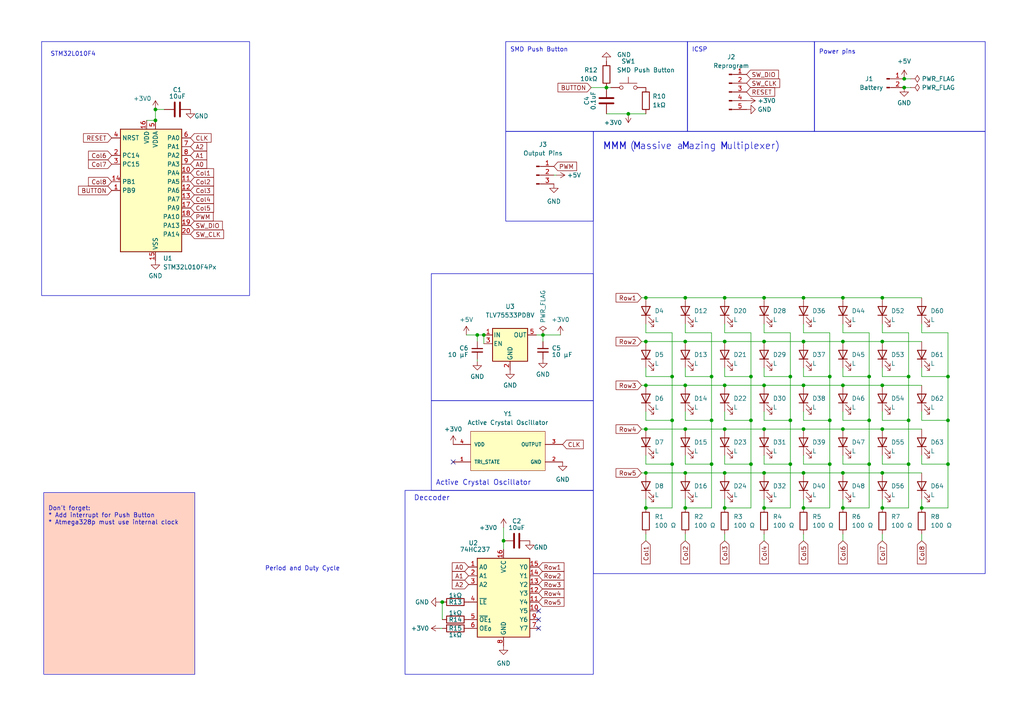
<source format=kicad_sch>
(kicad_sch (version 20230121) (generator eeschema)
  (paper "A4")
  (title_block (title "Holographic Business Card") (date "2024-12-20"))
  (lib_symbols
    (symbol "74xx:74HC237"
      (property "Reference" "U" (at -7.62 13.97 0))
      (property "Value" "74HC237" (at 2.54 -11.43 0))
      (symbol "74HC237_0_1"
        (rectangle (start -7.62 12.7) (end 7.62 -10.16) (stroke (width 0.254)) (fill (type background)))
      )
      (symbol "74HC237_1_1"
        (pin input line (at -10.16 10.16 0) (length 2.54) (name "A0") (number "1"))
        (pin output line (at 10.16 -2.54 180) (length 2.54) (name "Y5") (number "10"))
        (pin output line (at 10.16 0 180) (length 2.54) (name "Y4") (number "11"))
        (pin output line (at 10.16 2.54 180) (length 2.54) (name "Y3") (number "12"))
        (pin output line (at 10.16 5.08 180) (length 2.54) (name "Y2") (number "13"))
        (pin output line (at 10.16 7.62 180) (length 2.54) (name "Y1") (number "14"))
        (pin output line (at 10.16 10.16 180) (length 2.54) (name "Y0") (number "15"))
        (pin power_in line (at 0 15.24 270) (length 2.54) (name "VCC") (number "16"))
        (pin input line (at -10.16 7.62 0) (length 2.54) (name "A1") (number "2"))
        (pin input line (at -10.16 5.08 0) (length 2.54) (name "A2") (number "3"))
        (pin input line (at -10.16 0 0) (length 2.54) (name "~{LE}") (number "4"))
        (pin input line (at -10.16 -5.08 0) (length 2.54) (name "~{OE}_{1}") (number "5"))
        (pin input line (at -10.16 -7.62 0) (length 2.54) (name "OE_{0}") (number "6"))
        (pin output line (at 10.16 -7.62 180) (length 2.54) (name "Y7") (number "7"))
        (pin power_in line (at 0 -12.7 90) (length 2.54) (name "GND") (number "8"))
        (pin output line (at 10.16 -5.08 180) (length 2.54) (name "Y6") (number "9"))
      )
    )
    (symbol "Colins_schematics:ECS-2520MV-160-CN-TR" (pin_names (offset 1.016))
      (property "Reference" "Y" (at -8.89 0 0))
      (property "Value" "Active Crystal Oscillator" (at -6.35 -12.7 0))
      (symbol "ECS-2520MV-160-CN-TR_0_0"
        (rectangle (start -6.35 1.27) (end 15.24 -10.16) (stroke (width 0.127)) (fill (type background)))
        (pin input line (at -11.43 -7.62 0) (length 5.08) (name "TRI_STATE") (number "1"))
        (pin power_in line (at 20.32 -7.62 180) (length 5.08) (name "GND") (number "2"))
        (pin output line (at 20.32 -2.54 180) (length 5.08) (name "OUTPUT") (number "3"))
        (pin input line (at -11.43 -2.54 0) (length 5.08) (name "VDD") (number "4"))
      )
    )
    (symbol "Connector:Conn_01x02_Pin" (pin_names (offset 1.016) hide)
      (property "Reference" "J" (at 0 2.54 0))
      (property "Value" "Conn_01x02_Pin" (at 0 -5.08 0))
      (symbol "Conn_01x02_Pin_1_1"
        (polyline (pts (xy 1.27 -2.54) (xy 0.8636 -2.54)) (stroke (width 0.1524)))
        (polyline (pts (xy 1.27 0) (xy 0.8636 0)) (stroke (width 0.1524)))
        (rectangle (start 0.8636 -2.413) (end 0 -2.667) (stroke (width 0.1524)) (fill (type outline)))
        (rectangle (start 0.8636 0.127) (end 0 -0.127) (stroke (width 0.1524)) (fill (type outline)))
        (pin passive line (at 5.08 0 180) (length 3.81) (name "Pin_1") (number "1"))
        (pin passive line (at 5.08 -2.54 180) (length 3.81) (name "Pin_2") (number "2"))
      )
    )
    (symbol "Connector:Conn_01x03_Pin" (pin_names (offset 1.016) hide)
      (property "Reference" "J" (at 0 5.08 0))
      (property "Value" "Conn_01x03_Pin" (at 0 -5.08 0))
      (symbol "Conn_01x03_Pin_1_1"
        (polyline (pts (xy 1.27 -2.54) (xy 0.8636 -2.54)) (stroke (width 0.1524)))
        (polyline (pts (xy 1.27 0) (xy 0.8636 0)) (stroke (width 0.1524)))
        (polyline (pts (xy 1.27 2.54) (xy 0.8636 2.54)) (stroke (width 0.1524)))
        (rectangle (start 0.8636 -2.413) (end 0 -2.667) (stroke (width 0.1524)) (fill (type outline)))
        (rectangle (start 0.8636 0.127) (end 0 -0.127) (stroke (width 0.1524)) (fill (type outline)))
        (rectangle (start 0.8636 2.667) (end 0 2.413) (stroke (width 0.1524)) (fill (type outline)))
        (pin passive line (at 5.08 2.54 180) (length 3.81) (name "Pin_1") (number "1"))
        (pin passive line (at 5.08 0 180) (length 3.81) (name "Pin_2") (number "2"))
        (pin passive line (at 5.08 -2.54 180) (length 3.81) (name "Pin_3") (number "3"))
      )
    )
    (symbol "Connector:Conn_01x05_Pin" (pin_names (offset 1.016) hide)
      (property "Reference" "J" (at 0 7.62 0))
      (property "Value" "Conn_01x05_Pin" (at 0 -7.62 0))
      (symbol "Conn_01x05_Pin_1_1"
        (polyline (pts (xy 1.27 -5.08) (xy 0.8636 -5.08)) (stroke (width 0.1524)))
        (polyline (pts (xy 1.27 -2.54) (xy 0.8636 -2.54)) (stroke (width 0.1524)))
        (polyline (pts (xy 1.27 0) (xy 0.8636 0)) (stroke (width 0.1524)))
        (polyline (pts (xy 1.27 2.54) (xy 0.8636 2.54)) (stroke (width 0.1524)))
        (polyline (pts (xy 1.27 5.08) (xy 0.8636 5.08)) (stroke (width 0.1524)))
        (rectangle (start 0.8636 -4.953) (end 0 -5.207) (stroke (width 0.1524)) (fill (type outline)))
        (rectangle (start 0.8636 -2.413) (end 0 -2.667) (stroke (width 0.1524)) (fill (type outline)))
        (rectangle (start 0.8636 0.127) (end 0 -0.127) (stroke (width 0.1524)) (fill (type outline)))
        (rectangle (start 0.8636 2.667) (end 0 2.413) (stroke (width 0.1524)) (fill (type outline)))
        (rectangle (start 0.8636 5.207) (end 0 4.953) (stroke (width 0.1524)) (fill (type outline)))
        (pin passive line (at 5.08 5.08 180) (length 3.81) (name "Pin_1") (number "1"))
        (pin passive line (at 5.08 2.54 180) (length 3.81) (name "Pin_2") (number "2"))
        (pin passive line (at 5.08 0 180) (length 3.81) (name "Pin_3") (number "3"))
        (pin passive line (at 5.08 -2.54 180) (length 3.81) (name "Pin_4") (number "4"))
        (pin passive line (at 5.08 -5.08 180) (length 3.81) (name "Pin_5") (number "5"))
      )
    )
    (symbol "Device:C" (pin_numbers hide) (pin_names (offset 0.254))
      (property "Reference" "C" (at 0.635 2.54 0))
      (property "Value" "C" (at 0.635 -2.54 0))
      (symbol "C_0_1"
        (polyline (pts (xy -2.032 -0.762) (xy 2.032 -0.762)) (stroke (width 0.508)))
        (polyline (pts (xy -2.032 0.762) (xy 2.032 0.762)) (stroke (width 0.508)))
      )
      (symbol "C_1_1"
        (pin passive line (at 0 3.81 270) (length 2.794) (name "~") (number "1"))
        (pin passive line (at 0 -3.81 90) (length 2.794) (name "~") (number "2"))
      )
    )
    (symbol "Device:C_Small" (pin_numbers hide) (pin_names (offset 0.254) hide)
      (property "Reference" "C" (at 0.254 1.778 0))
      (property "Value" "C_Small" (at 0.254 -2.032 0))
      (symbol "C_Small_0_1"
        (polyline (pts (xy -1.524 -0.508) (xy 1.524 -0.508)) (stroke (width 0.3302)))
        (polyline (pts (xy -1.524 0.508) (xy 1.524 0.508)) (stroke (width 0.3048)))
      )
      (symbol "C_Small_1_1"
        (pin passive line (at 0 2.54 270) (length 2.032) (name "~") (number "1"))
        (pin passive line (at 0 -2.54 90) (length 2.032) (name "~") (number "2"))
      )
    )
    (symbol "Device:LED" (pin_numbers hide) (pin_names (offset 1.016) hide)
      (property "Reference" "D" (at 0 2.54 0))
      (property "Value" "LED" (at 0 -2.54 0))
      (symbol "LED_0_1"
        (polyline (pts (xy -1.27 -1.27) (xy -1.27 1.27)) (stroke (width 0.254)))
        (polyline (pts (xy -1.27 0) (xy 1.27 0)))
        (polyline (pts (xy 1.27 -1.27) (xy 1.27 1.27) (xy -1.27 0) (xy 1.27 -1.27)) (stroke (width 0.254)))
        (polyline (pts (xy -3.048 -0.762) (xy -4.572 -2.286) (xy -3.81 -2.286) (xy -4.572 -2.286) (xy -4.572 -1.524)))
        (polyline (pts (xy -1.778 -0.762) (xy -3.302 -2.286) (xy -2.54 -2.286) (xy -3.302 -2.286) (xy -3.302 -1.524)))
      )
      (symbol "LED_1_1"
        (pin passive line (at -3.81 0 0) (length 2.54) (name "K") (number "1"))
        (pin passive line (at 3.81 0 180) (length 2.54) (name "A") (number "2"))
      )
    )
    (symbol "Device:R" (pin_numbers hide) (pin_names (offset 0))
      (property "Reference" "R" (at 2.032 0 90))
      (property "Value" "R" (at 0 0 90))
      (symbol "R_0_1"
        (rectangle (start -1.016 -2.54) (end 1.016 2.54) (stroke (width 0.254)))
      )
      (symbol "R_1_1"
        (pin passive line (at 0 3.81 270) (length 1.27) (name "~") (number "1"))
        (pin passive line (at 0 -3.81 90) (length 1.27) (name "~") (number "2"))
      )
    )
    (symbol "MCU_ST_STM32L0:STM32L010F4Px"
      (property "Reference" "U" (at -7.62 19.05 0))
      (property "Value" "STM32L010F4Px" (at 5.08 19.05 0))
      (symbol "STM32L010F4Px_0_1"
        (rectangle (start -7.62 -17.78) (end 10.16 17.78) (stroke (width 0.254)) (fill (type background)))
      )
      (symbol "STM32L010F4Px_1_1"
        (pin bidirectional line (at -10.16 0 0) (length 2.54) (name "PB9") (number "1"))
        (pin bidirectional line (at 12.7 5.08 180) (length 2.54) (name "PA4") (number "10"))
        (pin bidirectional line (at 12.7 2.54 180) (length 2.54) (name "PA5") (number "11"))
        (pin bidirectional line (at 12.7 0 180) (length 2.54) (name "PA6") (number "12"))
        (pin bidirectional line (at 12.7 -2.54 180) (length 2.54) (name "PA7") (number "13"))
        (pin bidirectional line (at -10.16 2.54 0) (length 2.54) (name "PB1") (number "14"))
        (pin power_in line (at 2.54 -20.32 90) (length 2.54) (name "VSS") (number "15"))
        (pin power_in line (at 0 20.32 270) (length 2.54) (name "VDD") (number "16"))
        (pin bidirectional line (at 12.7 -5.08 180) (length 2.54) (name "PA9") (number "17"))
        (pin bidirectional line (at 12.7 -7.62 180) (length 2.54) (name "PA10") (number "18"))
        (pin bidirectional line (at 12.7 -10.16 180) (length 2.54) (name "PA13") (number "19"))
        (pin bidirectional line (at -10.16 10.16 0) (length 2.54) (name "PC14") (number "2"))
        (pin bidirectional line (at 12.7 -12.7 180) (length 2.54) (name "PA14") (number "20"))
        (pin bidirectional line (at -10.16 7.62 0) (length 2.54) (name "PC15") (number "3"))
        (pin input line (at -10.16 15.24 0) (length 2.54) (name "NRST") (number "4"))
        (pin power_in line (at 2.54 20.32 270) (length 2.54) (name "VDDA") (number "5"))
        (pin bidirectional line (at 12.7 15.24 180) (length 2.54) (name "PA0") (number "6"))
        (pin bidirectional line (at 12.7 12.7 180) (length 2.54) (name "PA1") (number "7"))
        (pin bidirectional line (at 12.7 10.16 180) (length 2.54) (name "PA2") (number "8"))
        (pin bidirectional line (at 12.7 7.62 180) (length 2.54) (name "PA3") (number "9"))
      )
    )
    (symbol "Regulator_Linear:TLV75533PDBV" (pin_names (offset 0.254))
      (property "Reference" "U" (at -3.81 5.715 0))
      (property "Value" "TLV75533PDBV" (at 0 5.715 0))
      (symbol "TLV75533PDBV_0_1"
        (rectangle (start -5.08 4.445) (end 5.08 -5.08) (stroke (width 0.254)) (fill (type background)))
      )
      (symbol "TLV75533PDBV_1_1"
        (pin power_in line (at -7.62 2.54 0) (length 2.54) (name "IN") (number "1"))
        (pin power_in line (at 0 -7.62 90) (length 2.54) (name "GND") (number "2"))
        (pin input line (at -7.62 0 0) (length 2.54) (name "EN") (number "3"))
        (pin no_connect line (at 5.08 0 180) (length 2.54) hide (name "NC") (number "4"))
        (pin power_out line (at 7.62 2.54 180) (length 2.54) (name "OUT") (number "5"))
      )
    )
    (symbol "Switch:SW_Push" (pin_numbers hide) (pin_names (offset 1.016) hide)
      (property "Reference" "SW" (at 1.27 2.54 0))
      (property "Value" "SW_Push" (at 0 -1.524 0))
      (symbol "SW_Push_0_1"
        (circle (center -2.032 0) (radius 0.508))
        (polyline (pts (xy 0 1.27) (xy 0 3.048)))
        (polyline (pts (xy 2.54 1.27) (xy -2.54 1.27)))
        (circle (center 2.032 0) (radius 0.508))
        (pin passive line (at -5.08 0 0) (length 2.54) (name "1") (number "1"))
        (pin passive line (at 5.08 0 180) (length 2.54) (name "2") (number "2"))
      )
    )
    (symbol "power:+3V0" (power) (pin_names (offset 0))
      (property "Value" "+3V0" (at 0 3.556 0))
      (symbol "+3V0_0_1"
        (polyline (pts (xy -0.762 1.27) (xy 0 2.54)))
        (polyline (pts (xy 0 0) (xy 0 2.54)))
        (polyline (pts (xy 0 2.54) (xy 0.762 1.27)))
      )
      (symbol "+3V0_1_1"
        (pin power_in line (at 0 0 90) (length 0) hide (name "+3V0") (number "1"))
      )
    )
    (symbol "power:+5V" (power) (pin_names (offset 0))
      (property "Value" "+5V" (at 0 3.556 0))
      (symbol "+5V_0_1"
        (polyline (pts (xy -0.762 1.27) (xy 0 2.54)))
        (polyline (pts (xy 0 0) (xy 0 2.54)))
        (polyline (pts (xy 0 2.54) (xy 0.762 1.27)))
      )
      (symbol "+5V_1_1"
        (pin power_in line (at 0 0 90) (length 0) hide (name "+5V") (number "1"))
      )
    )
    (symbol "power:GND" (power) (pin_names (offset 0))
      (property "Value" "GND" (at 0 -3.81 0))
      (symbol "GND_0_1"
        (polyline (pts (xy 0 0) (xy 0 -1.27) (xy 1.27 -1.27) (xy 0 -2.54) (xy -1.27 -1.27) (xy 0 -1.27)))
      )
      (symbol "GND_1_1"
        (pin power_in line (at 0 0 270) (length 0) hide (name "GND") (number "1"))
      )
    )
    (symbol "power:PWR_FLAG" (power) (pin_numbers hide) (pin_names (offset 0) hide)
      (property "Value" "PWR_FLAG" (at 0 3.81 0))
      (symbol "PWR_FLAG_0_0"
        (pin power_out line (at 0 0 90) (length 0) (name "pwr") (number "1"))
      )
      (symbol "PWR_FLAG_0_1"
        (polyline (pts (xy 0 0) (xy 0 1.27) (xy -1.016 1.905) (xy 0 2.54) (xy 1.016 1.905) (xy 0 1.27)))
      )
    )
  )
  (junction (at 233.045 124.46))
  (junction (at 233.045 147.32))
  (junction (at 187.325 124.46))
  (junction (at 194.945 109.22))
  (junction (at 198.755 124.46))
  (junction (at 267.335 147.32))
  (junction (at 45.085 34.925))
  (junction (at 198.755 137.16))
  (junction (at 263.525 121.92))
  (junction (at 175.895 25.4))
  (junction (at 217.805 134.62))
  (junction (at 262.255 25.4))
  (junction (at 221.615 86.36))
  (junction (at 252.095 134.62))
  (junction (at 255.905 137.16))
  (junction (at 262.255 22.86))
  (junction (at 194.945 134.62))
  (junction (at 240.665 121.92))
  (junction (at 45.085 31.75))
  (junction (at 206.375 121.92))
  (junction (at 221.615 124.46))
  (junction (at 252.095 121.92))
  (junction (at 240.665 109.22))
  (junction (at 198.755 99.06))
  (junction (at 252.095 109.22))
  (junction (at 198.755 147.32))
  (junction (at 210.185 137.16))
  (junction (at 210.185 111.76))
  (junction (at 187.325 99.06))
  (junction (at 206.375 109.22))
  (junction (at 217.805 109.22))
  (junction (at 244.475 147.32))
  (junction (at 210.185 124.46))
  (junction (at 240.665 134.62))
  (junction (at 255.905 147.32))
  (junction (at 221.615 137.16))
  (junction (at 255.905 86.36))
  (junction (at 182.245 33.02))
  (junction (at 263.525 109.22))
  (junction (at 233.045 86.36))
  (junction (at 210.185 86.36))
  (junction (at 255.905 111.76))
  (junction (at 274.955 121.92))
  (junction (at 274.955 109.22))
  (junction (at 221.615 99.06))
  (junction (at 229.235 121.92))
  (junction (at 244.475 137.16))
  (junction (at 194.945 121.92))
  (junction (at 255.905 99.06))
  (junction (at 233.045 137.16))
  (junction (at 210.185 99.06))
  (junction (at 210.185 147.32))
  (junction (at 229.235 109.22))
  (junction (at 217.805 121.92))
  (junction (at 255.905 124.46))
  (junction (at 244.475 99.06))
  (junction (at 244.475 86.36))
  (junction (at 198.755 111.76))
  (junction (at 146.05 156.845))
  (junction (at 187.325 147.32))
  (junction (at 263.525 134.62))
  (junction (at 128.27 174.625))
  (junction (at 221.615 147.32))
  (junction (at 233.045 99.06))
  (junction (at 244.475 111.76))
  (junction (at 221.615 111.76))
  (junction (at 233.045 111.76))
  (junction (at 187.325 86.36))
  (junction (at 229.235 134.62))
  (junction (at 187.325 137.16))
  (junction (at 206.375 134.62))
  (junction (at 198.755 86.36))
  (junction (at 157.48 97.155))
  (junction (at 244.475 124.46))
  (junction (at 274.955 134.62))
  (junction (at 138.43 97.155))
  (junction (at 140.335 97.155))
  (junction (at 187.325 111.76))
  (no_connect (at 131.445 133.985))
  (no_connect (at 156.21 177.165))
  (no_connect (at 156.21 179.705))
  (no_connect (at 156.21 182.245))
  (wire (pts (xy 233.045 147.32) (xy 233.045 144.78)))
  (wire (pts (xy 233.045 124.46) (xy 244.475 124.46)))
  (wire (pts (xy 221.615 121.92) (xy 229.235 121.92)))
  (wire (pts (xy 187.325 124.46) (xy 198.755 124.46)))
  (wire (pts (xy 244.475 137.16) (xy 255.905 137.16)))
  (wire (pts (xy 263.525 96.52) (xy 263.525 109.22)))
  (wire (pts (xy 206.375 121.92) (xy 206.375 134.62)))
  (wire (pts (xy 255.905 134.62) (xy 263.525 134.62)))
  (wire (pts (xy 171.45 25.4) (xy 175.895 25.4)))
  (wire (pts (xy 255.905 132.08) (xy 255.905 134.62)))
  (wire (pts (xy 157.48 97.155) (xy 162.56 97.155)))
  (wire (pts (xy 221.615 134.62) (xy 229.235 134.62)))
  (wire (pts (xy 198.755 121.92) (xy 206.375 121.92)))
  (wire (pts (xy 255.905 106.68) (xy 255.905 109.22)))
  (wire (pts (xy 194.945 121.92) (xy 194.945 134.62)))
  (wire (pts (xy 187.325 147.32) (xy 187.325 144.78)))
  (wire (pts (xy 210.185 86.36) (xy 221.615 86.36)))
  (wire (pts (xy 240.665 109.22) (xy 240.665 121.92)))
  (wire (pts (xy 255.905 124.46) (xy 267.335 124.46)))
  (wire (pts (xy 187.325 121.92) (xy 194.945 121.92)))
  (wire (pts (xy 194.945 147.32) (xy 187.325 147.32)))
  (wire (pts (xy 221.615 154.94) (xy 221.615 156.845)))
  (wire (pts (xy 210.185 132.08) (xy 210.185 134.62)))
  (wire (pts (xy 210.185 124.46) (xy 221.615 124.46)))
  (wire (pts (xy 186.055 111.76) (xy 187.325 111.76)))
  (wire (pts (xy 217.805 96.52) (xy 217.805 109.22)))
  (wire (pts (xy 252.095 147.32) (xy 244.475 147.32)))
  (wire (pts (xy 267.335 121.92) (xy 274.955 121.92)))
  (wire (pts (xy 186.055 99.06) (xy 187.325 99.06)))
  (wire (pts (xy 217.805 109.22) (xy 217.805 121.92)))
  (wire (pts (xy 263.525 109.22) (xy 263.525 121.92)))
  (wire (pts (xy 198.755 93.98) (xy 198.755 96.52)))
  (wire (pts (xy 244.475 106.68) (xy 244.475 109.22)))
  (wire (pts (xy 210.185 154.94) (xy 210.185 156.845)))
  (wire (pts (xy 206.375 96.52) (xy 206.375 109.22)))
  (wire (pts (xy 240.665 147.32) (xy 233.045 147.32)))
  (wire (pts (xy 221.615 99.06) (xy 233.045 99.06)))
  (wire (pts (xy 274.955 121.92) (xy 274.955 134.62)))
  (wire (pts (xy 210.185 134.62) (xy 217.805 134.62)))
  (wire (pts (xy 255.905 121.92) (xy 263.525 121.92)))
  (wire (pts (xy 244.475 154.94) (xy 244.475 156.845)))
  (wire (pts (xy 255.905 111.76) (xy 267.335 111.76)))
  (wire (pts (xy 187.325 86.36) (xy 198.755 86.36)))
  (wire (pts (xy 244.475 124.46) (xy 255.905 124.46)))
  (wire (pts (xy 267.335 109.22) (xy 274.955 109.22)))
  (wire (pts (xy 255.905 137.16) (xy 267.335 137.16)))
  (wire (pts (xy 244.475 134.62) (xy 252.095 134.62)))
  (wire (pts (xy 233.045 119.38) (xy 233.045 121.92)))
  (wire (pts (xy 140.335 97.155) (xy 140.335 99.695)))
  (wire (pts (xy 221.615 96.52) (xy 229.235 96.52)))
  (wire (pts (xy 233.045 93.98) (xy 233.045 96.52)))
  (wire (pts (xy 229.235 134.62) (xy 229.235 147.32)))
  (wire (pts (xy 146.05 156.845) (xy 146.05 159.385)))
  (wire (pts (xy 210.185 147.32) (xy 210.185 144.78)))
  (wire (pts (xy 221.615 106.68) (xy 221.615 109.22)))
  (wire (pts (xy 198.755 111.76) (xy 210.185 111.76)))
  (wire (pts (xy 198.755 109.22) (xy 206.375 109.22)))
  (wire (pts (xy 263.525 134.62) (xy 263.525 147.32)))
  (wire (pts (xy 267.335 154.94) (xy 267.335 156.845)))
  (wire (pts (xy 221.615 132.08) (xy 221.615 134.62)))
  (wire (pts (xy 217.805 147.32) (xy 210.185 147.32)))
  (wire (pts (xy 221.615 93.98) (xy 221.615 96.52)))
  (wire (pts (xy 187.325 132.08) (xy 187.325 134.62)))
  (wire (pts (xy 229.235 121.92) (xy 229.235 134.62)))
  (wire (pts (xy 240.665 134.62) (xy 240.665 147.32)))
  (wire (pts (xy 198.755 96.52) (xy 206.375 96.52)))
  (wire (pts (xy 274.955 147.32) (xy 267.335 147.32)))
  (wire (pts (xy 252.095 96.52) (xy 252.095 109.22)))
  (wire (pts (xy 210.185 121.92) (xy 217.805 121.92)))
  (wire (pts (xy 244.475 99.06) (xy 255.905 99.06)))
  (wire (pts (xy 252.095 134.62) (xy 252.095 147.32)))
  (wire (pts (xy 233.045 154.94) (xy 233.045 156.845)))
  (wire (pts (xy 267.335 106.68) (xy 267.335 109.22)))
  (wire (pts (xy 210.185 137.16) (xy 221.615 137.16)))
  (wire (pts (xy 194.945 96.52) (xy 194.945 109.22)))
  (wire (pts (xy 194.945 134.62) (xy 194.945 147.32)))
  (wire (pts (xy 221.615 111.76) (xy 233.045 111.76)))
  (wire (pts (xy 221.615 147.32) (xy 221.615 144.78)))
  (wire (pts (xy 244.475 111.76) (xy 255.905 111.76)))
  (wire (pts (xy 233.045 109.22) (xy 240.665 109.22)))
  (wire (pts (xy 175.895 33.02) (xy 182.245 33.02)))
  (wire (pts (xy 229.235 96.52) (xy 229.235 109.22)))
  (wire (pts (xy 244.475 119.38) (xy 244.475 121.92)))
  (wire (pts (xy 187.325 99.06) (xy 198.755 99.06)))
  (wire (pts (xy 221.615 119.38) (xy 221.615 121.92)))
  (wire (pts (xy 221.615 86.36) (xy 233.045 86.36)))
  (wire (pts (xy 187.325 93.98) (xy 187.325 96.52)))
  (wire (pts (xy 198.755 86.36) (xy 210.185 86.36)))
  (wire (pts (xy 135.255 97.155) (xy 138.43 97.155)))
  (wire (pts (xy 210.185 111.76) (xy 221.615 111.76)))
  (wire (pts (xy 206.375 109.22) (xy 206.375 121.92)))
  (wire (pts (xy 263.525 147.32) (xy 255.905 147.32)))
  (wire (pts (xy 138.43 104.14) (xy 138.43 104.775)))
  (wire (pts (xy 252.095 109.22) (xy 252.095 121.92)))
  (wire (pts (xy 187.325 96.52) (xy 194.945 96.52)))
  (wire (pts (xy 198.755 132.08) (xy 198.755 134.62)))
  (wire (pts (xy 263.525 121.92) (xy 263.525 134.62)))
  (wire (pts (xy 210.185 106.68) (xy 210.185 109.22)))
  (wire (pts (xy 45.085 31.75) (xy 45.085 34.925)))
  (wire (pts (xy 255.905 86.36) (xy 267.335 86.36)))
  (wire (pts (xy 206.375 147.32) (xy 198.755 147.32)))
  (wire (pts (xy 127.635 182.245) (xy 128.27 182.245)))
  (wire (pts (xy 255.905 119.38) (xy 255.905 121.92)))
  (wire (pts (xy 198.755 137.16) (xy 210.185 137.16)))
  (wire (pts (xy 264.16 22.86) (xy 262.255 22.86)))
  (wire (pts (xy 198.755 124.46) (xy 210.185 124.46)))
  (wire (pts (xy 210.185 109.22) (xy 217.805 109.22)))
  (wire (pts (xy 210.185 96.52) (xy 217.805 96.52)))
  (wire (pts (xy 255.905 147.32) (xy 255.905 144.78)))
  (wire (pts (xy 187.325 137.16) (xy 198.755 137.16)))
  (wire (pts (xy 267.335 132.08) (xy 267.335 134.62)))
  (wire (pts (xy 210.185 99.06) (xy 221.615 99.06)))
  (wire (pts (xy 264.16 25.4) (xy 262.255 25.4)))
  (wire (pts (xy 244.475 93.98) (xy 244.475 96.52)))
  (wire (pts (xy 182.245 33.02) (xy 187.325 33.02)))
  (wire (pts (xy 128.27 174.625) (xy 128.27 179.705)))
  (wire (pts (xy 187.325 154.94) (xy 187.325 156.845)))
  (wire (pts (xy 267.335 93.98) (xy 267.335 96.52)))
  (wire (pts (xy 138.43 99.06) (xy 138.43 97.155)))
  (wire (pts (xy 198.755 119.38) (xy 198.755 121.92)))
  (wire (pts (xy 233.045 96.52) (xy 240.665 96.52)))
  (wire (pts (xy 221.615 137.16) (xy 233.045 137.16)))
  (wire (pts (xy 217.805 121.92) (xy 217.805 134.62)))
  (wire (pts (xy 206.375 134.62) (xy 206.375 147.32)))
  (wire (pts (xy 187.325 119.38) (xy 187.325 121.92)))
  (wire (pts (xy 198.755 154.94) (xy 198.755 156.845)))
  (wire (pts (xy 198.755 134.62) (xy 206.375 134.62)))
  (wire (pts (xy 161.29 50.8) (xy 160.655 50.8)))
  (wire (pts (xy 267.335 96.52) (xy 274.955 96.52)))
  (wire (pts (xy 155.575 97.155) (xy 157.48 97.155)))
  (wire (pts (xy 244.475 109.22) (xy 252.095 109.22)))
  (wire (pts (xy 187.325 109.22) (xy 194.945 109.22)))
  (wire (pts (xy 186.055 137.16) (xy 187.325 137.16)))
  (wire (pts (xy 267.335 119.38) (xy 267.335 121.92)))
  (wire (pts (xy 255.905 109.22) (xy 263.525 109.22)))
  (wire (pts (xy 175.895 25.4) (xy 177.165 25.4)))
  (wire (pts (xy 187.325 106.68) (xy 187.325 109.22)))
  (wire (pts (xy 233.045 106.68) (xy 233.045 109.22)))
  (wire (pts (xy 233.045 137.16) (xy 244.475 137.16)))
  (wire (pts (xy 42.545 34.925) (xy 45.085 34.925)))
  (wire (pts (xy 244.475 121.92) (xy 252.095 121.92)))
  (wire (pts (xy 255.905 93.98) (xy 255.905 96.52)))
  (wire (pts (xy 267.335 134.62) (xy 274.955 134.62)))
  (wire (pts (xy 233.045 111.76) (xy 244.475 111.76)))
  (wire (pts (xy 138.43 97.155) (xy 140.335 97.155)))
  (wire (pts (xy 47.625 31.75) (xy 45.085 31.75)))
  (wire (pts (xy 186.055 124.46) (xy 187.325 124.46)))
  (wire (pts (xy 127.635 174.625) (xy 128.27 174.625)))
  (wire (pts (xy 274.955 109.22) (xy 274.955 121.92)))
  (wire (pts (xy 255.905 154.94) (xy 255.905 156.845)))
  (wire (pts (xy 274.955 134.62) (xy 274.955 147.32)))
  (wire (pts (xy 255.905 96.52) (xy 263.525 96.52)))
  (wire (pts (xy 198.755 106.68) (xy 198.755 109.22)))
  (wire (pts (xy 229.235 147.32) (xy 221.615 147.32)))
  (wire (pts (xy 187.325 134.62) (xy 194.945 134.62)))
  (wire (pts (xy 221.615 109.22) (xy 229.235 109.22)))
  (wire (pts (xy 274.955 96.52) (xy 274.955 109.22)))
  (wire (pts (xy 244.475 147.32) (xy 244.475 144.78)))
  (wire (pts (xy 240.665 96.52) (xy 240.665 109.22)))
  (wire (pts (xy 229.235 109.22) (xy 229.235 121.92)))
  (wire (pts (xy 146.05 153.035) (xy 146.05 156.845)))
  (wire (pts (xy 233.045 86.36) (xy 244.475 86.36)))
  (wire (pts (xy 217.805 134.62) (xy 217.805 147.32)))
  (wire (pts (xy 267.335 147.32) (xy 267.335 144.78)))
  (wire (pts (xy 157.48 99.06) (xy 157.48 97.155)))
  (wire (pts (xy 244.475 86.36) (xy 255.905 86.36)))
  (wire (pts (xy 233.045 121.92) (xy 240.665 121.92)))
  (wire (pts (xy 210.185 93.98) (xy 210.185 96.52)))
  (wire (pts (xy 198.755 99.06) (xy 210.185 99.06)))
  (wire (pts (xy 255.905 99.06) (xy 267.335 99.06)))
  (wire (pts (xy 233.045 99.06) (xy 244.475 99.06)))
  (wire (pts (xy 186.055 86.36) (xy 187.325 86.36)))
  (wire (pts (xy 210.185 119.38) (xy 210.185 121.92)))
  (wire (pts (xy 198.755 147.32) (xy 198.755 144.78)))
  (wire (pts (xy 233.045 134.62) (xy 240.665 134.62)))
  (wire (pts (xy 194.945 109.22) (xy 194.945 121.92)))
  (wire (pts (xy 244.475 132.08) (xy 244.475 134.62)))
  (wire (pts (xy 233.045 132.08) (xy 233.045 134.62)))
  (wire (pts (xy 187.325 111.76) (xy 198.755 111.76)))
  (wire (pts (xy 244.475 96.52) (xy 252.095 96.52)))
  (wire (pts (xy 252.095 121.92) (xy 252.095 134.62)))
  (wire (pts (xy 221.615 124.46) (xy 233.045 124.46)))
  (wire (pts (xy 240.665 121.92) (xy 240.665 134.62)))
  (rectangle (start 236.22 38.1) (end 236.22 38.1))
  (rectangle (start 146.685 12.065) (end 199.39 38.1))
  (rectangle (start 146.685 38.1) (end 172.085 64.135))
  (rectangle (start 172.085 38.1) (end 285.75 166.37))
  (rectangle (start 199.39 12.065) (end 236.22 38.1))
  (rectangle (start 125.095 79.375) (end 172.085 116.205))
  (rectangle (start 12.7 142.875) (end 56.515 195.58) (fill (type color) (color 255 210 195 1)))
  (rectangle (start 117.475 142.24) (end 172.085 195.58))
  (rectangle (start 12.065 12.065) (end 72.39 85.725))
  (rectangle (start 236.22 12.065) (end 285.75 38.1))
  (rectangle (start 125.095 116.205) (end 172.085 142.24))
  (text "M" (at 208.7626 43.6626 0) (effects (font (size 2 2) (thickness 0.254) bold) (justify left bottom)))
  (text " ( assive a azing  ultiplexer)" (at 181.1274 43.6372 0) (effects (font (size 2 2)) (justify left bottom)))
  (text "M" (at 183.4642 43.6626 0) (effects (font (size 2 2) (thickness 0.254) bold) (justify left bottom)))
  (text "Don't forget:\n* Add interrupt for Push Button\n* Atmega328p must use internal clock" (at 13.97 152.4 0) (effects (font (size 1.27 1.27)) (justify left bottom)))
  (text "Deccoder\n" (at 120.015 145.415 0) (effects (font (size 1.5 1.5)) (justify left bottom)))
  (text "MMM" (at 174.7774 43.6372 0) (effects (font (size 2 2) (thickness 0.254) bold) (justify left bottom)))
  (text "M" (at 197.612 43.5864 0) (effects (font (size 2 2) (thickness 0.254) bold) (justify left bottom)))
  (text "Period and Duty Cycle" (at 76.835 165.735 0) (effects (font (size 1.27 1.27)) (justify left bottom)))
  (text "Power pins" (at 237.49 15.875 0) (effects (font (size 1.27 1.27)) (justify left bottom)))
  (text "ICSP" (at 200.66 15.24 0) (effects (font (size 1.27 1.27)) (justify left bottom)))
  (text "Active Crystal Oscillator\n" (at 126.365 140.97 0) (effects (font (size 1.5 1.5)) (justify left bottom)))
  (text "STM32L010F4" (at 14.605 16.51 0) (effects (font (size 1.27 1.27)) (justify left bottom)))
  (text "SMD Push Button" (at 147.955 15.24 0) (effects (font (size 1.27 1.27)) (justify left bottom)))
  (global_label "Col2" (shape input) (at 198.755 156.845 270) (property "Intersheetrefs" "${INTERSHEET_REFS}" (effects hide)))
  (global_label "Row4" (shape input) (at 186.055 124.46 180) (property "Intersheetrefs" "${INTERSHEET_REFS}" (effects hide)))
  (global_label "A1" (shape input) (at 55.245 45.085 0) (property "Intersheetrefs" "${INTERSHEET_REFS}" (effects hide)))
  (global_label "BUTTON" (shape input) (at 171.45 25.4 180) (property "Intersheetrefs" "${INTERSHEET_REFS}" (effects hide)))
  (global_label "PWM" (shape input) (at 160.655 48.26 0) (property "Intersheetrefs" "${INTERSHEET_REFS}" (effects hide)))
  (global_label "CLK" (shape input) (at 163.195 128.905 0) (property "Intersheetrefs" "${INTERSHEET_REFS}" (effects hide)))
  (global_label "A2" (shape input) (at 55.245 42.545 0) (property "Intersheetrefs" "${INTERSHEET_REFS}" (effects hide)))
  (global_label "Row2" (shape input) (at 186.055 99.06 180) (property "Intersheetrefs" "${INTERSHEET_REFS}" (effects hide)))
  (global_label "Row1" (shape input) (at 186.055 86.36 180) (property "Intersheetrefs" "${INTERSHEET_REFS}" (effects hide)))
  (global_label "Col5" (shape input) (at 233.045 156.845 270) (property "Intersheetrefs" "${INTERSHEET_REFS}" (effects hide)))
  (global_label "Row1" (shape input) (at 156.21 164.465 0) (property "Intersheetrefs" "${INTERSHEET_REFS}" (effects hide)))
  (global_label "Col4" (shape input) (at 221.615 156.845 270) (property "Intersheetrefs" "${INTERSHEET_REFS}" (effects hide)))
  (global_label "Col3" (shape input) (at 210.185 156.845 270) (property "Intersheetrefs" "${INTERSHEET_REFS}" (effects hide)))
  (global_label "Row5" (shape input) (at 156.21 174.625 0) (property "Intersheetrefs" "${INTERSHEET_REFS}" (effects hide)))
  (global_label "A0" (shape input) (at 55.245 47.625 0) (property "Intersheetrefs" "${INTERSHEET_REFS}" (effects hide)))
  (global_label "Col4" (shape input) (at 55.245 57.785 0) (property "Intersheetrefs" "${INTERSHEET_REFS}" (effects hide)))
  (global_label "Col6" (shape input) (at 244.475 156.845 270) (property "Intersheetrefs" "${INTERSHEET_REFS}" (effects hide)))
  (global_label "PWM" (shape input) (at 55.245 62.865 0) (property "Intersheetrefs" "${INTERSHEET_REFS}" (effects hide)))
  (global_label "Row4" (shape input) (at 156.21 172.085 0) (property "Intersheetrefs" "${INTERSHEET_REFS}" (effects hide)))
  (global_label "Col5" (shape input) (at 55.245 60.325 0) (property "Intersheetrefs" "${INTERSHEET_REFS}" (effects hide)))
  (global_label "Col8" (shape input) (at 32.385 52.705 180) (property "Intersheetrefs" "${INTERSHEET_REFS}" (effects hide)))
  (global_label "A2" (shape input) (at 135.89 169.545 180) (property "Intersheetrefs" "${INTERSHEET_REFS}" (effects hide)))
  (global_label "Col6" (shape input) (at 32.385 45.085 180) (property "Intersheetrefs" "${INTERSHEET_REFS}" (effects hide)))
  (global_label "Row5" (shape input) (at 186.055 137.16 180) (property "Intersheetrefs" "${INTERSHEET_REFS}" (effects hide)))
  (global_label "Col8" (shape input) (at 267.335 156.845 270) (property "Intersheetrefs" "${INTERSHEET_REFS}" (effects hide)))
  (global_label "SW_CLK" (shape input) (at 216.535 24.13 0) (property "Intersheetrefs" "${INTERSHEET_REFS}" (effects hide)))
  (global_label "Row3" (shape input) (at 156.21 169.545 0) (property "Intersheetrefs" "${INTERSHEET_REFS}" (effects hide)))
  (global_label "BUTTON" (shape input) (at 32.385 55.245 180) (property "Intersheetrefs" "${INTERSHEET_REFS}" (effects hide)))
  (global_label "Col1" (shape input) (at 187.325 156.845 270) (property "Intersheetrefs" "${INTERSHEET_REFS}" (effects hide)))
  (global_label "SW_CLK" (shape input) (at 55.245 67.945 0) (property "Intersheetrefs" "${INTERSHEET_REFS}" (effects hide)))
  (global_label "Col3" (shape input) (at 55.245 55.245 0) (property "Intersheetrefs" "${INTERSHEET_REFS}" (effects hide)))
  (global_label "CLK" (shape input) (at 55.245 40.005 0) (property "Intersheetrefs" "${INTERSHEET_REFS}" (effects hide)))
  (global_label "Col2" (shape input) (at 55.245 52.705 0) (property "Intersheetrefs" "${INTERSHEET_REFS}" (effects hide)))
  (global_label "SW_DIO" (shape input) (at 55.245 65.405 0) (property "Intersheetrefs" "${INTERSHEET_REFS}" (effects hide)))
  (global_label "Col7" (shape input) (at 255.905 156.845 270) (property "Intersheetrefs" "${INTERSHEET_REFS}" (effects hide)))
  (global_label "Col7" (shape input) (at 32.385 47.625 180) (property "Intersheetrefs" "${INTERSHEET_REFS}" (effects hide)))
  (global_label "RESET" (shape input) (at 216.535 26.67 0) (property "Intersheetrefs" "${INTERSHEET_REFS}" (effects hide)))
  (global_label "Row2" (shape input) (at 156.21 167.005 0) (property "Intersheetrefs" "${INTERSHEET_REFS}" (effects hide)))
  (global_label "A0" (shape input) (at 135.89 164.465 180) (property "Intersheetrefs" "${INTERSHEET_REFS}" (effects hide)))
  (global_label "SW_DIO" (shape input) (at 216.535 21.59 0) (property "Intersheetrefs" "${INTERSHEET_REFS}" (effects hide)))
  (global_label "Col1" (shape input) (at 55.245 50.165 0) (property "Intersheetrefs" "${INTERSHEET_REFS}" (effects hide)))
  (global_label "Row3" (shape input) (at 186.055 111.76 180) (property "Intersheetrefs" "${INTERSHEET_REFS}" (effects hide)))
  (global_label "RESET" (shape input) (at 32.385 40.005 180) (property "Intersheetrefs" "${INTERSHEET_REFS}" (effects hide)))
  (global_label "A1" (shape input) (at 135.89 167.005 180) (property "Intersheetrefs" "${INTERSHEET_REFS}" (effects hide)))
  (symbol (lib_id "Device:LED") (at 267.335 115.57 90) (unit 1)
    (property "Reference" "D62" (at 269.875 115.57 90) (effects (justify right)))
    (property "Value" "L" (at 269.875 118.11 90) (effects (justify right)))
    (property "Footprint" "LED_SMD:LED_0805_2012Metric" (effects hide))
    (property "LCSC" "C434431" (effects hide))
  )
  (symbol (lib_id "Device:LED") (at 255.905 115.57 90) (unit 1)
    (property "Reference" "D54" (at 258.445 115.57 90) (effects (justify right)))
    (property "Value" "L" (at 258.445 118.11 90) (effects (justify right)))
    (property "Footprint" "LED_SMD:LED_0805_2012Metric" (effects hide))
    (property "LCSC" "C434431" (effects hide))
  )
  (symbol (lib_id "Device:LED") (at 210.185 90.17 90) (unit 1)
    (property "Reference" "D20" (at 212.725 90.17 90) (effects (justify right)))
    (property "Value" "L" (at 212.725 92.71 90) (effects (justify right)))
    (property "Footprint" "LED_SMD:LED_0805_2012Metric" (effects hide))
    (property "LCSC" "C434431" (effects hide))
  )
  (symbol (lib_id "Device:R") (at 132.08 179.705 270) (unit 1)
    (property "Reference" "R14" (at 132.08 179.705 90))
    (property "Value" "1kΩ" (at 132.08 177.8 90))
    (property "Footprint" "Resistor_SMD:R_0603_1608Metric" (effects hide))
    (property "LCSC" "C14676" (effects hide))
  )
  (symbol (lib_id "Device:R") (at 233.045 151.13 0) (unit 1)
    (property "Reference" "R5" (at 235.585 149.86 0) (effects (justify left)))
    (property "Value" "100 Ω" (at 235.585 152.4 0) (effects (justify left)))
    (property "Footprint" "Resistor_SMD:R_0603_1608Metric" (effects hide))
    (property "LCSC" "C3017758" (effects hide))
  )
  (symbol (lib_id "Device:C_Small") (at 157.48 101.6 0) (unit 1)
    (property "Reference" "C5" (at 160.02 100.965 0) (effects (justify left)))
    (property "Value" "10 µF" (at 160.02 102.8763 0) (effects (justify left)))
    (property "Footprint" "Capacitor_SMD:C_0603_1608Metric" (effects hide))
  )
  (symbol (lib_id "Device:LED") (at 244.475 115.57 90) (unit 1)
    (property "Reference" "D46" (at 247.015 115.57 90) (effects (justify right)))
    (property "Value" "L" (at 247.015 118.11 90) (effects (justify right)))
    (property "Footprint" "LED_SMD:LED_0805_2012Metric" (effects hide))
    (property "LCSC" "C434431" (effects hide))
  )
  (symbol (lib_id "Device:LED") (at 187.325 102.87 90) (unit 1)
    (property "Reference" "D5" (at 189.865 102.87 90) (effects (justify right)))
    (property "Value" "L" (at 189.865 105.41 90) (effects (justify right)))
    (property "Footprint" "LED_SMD:LED_0805_2012Metric" (effects hide))
    (property "LCSC" "C434431" (effects hide))
  )
  (symbol (lib_id "Device:LED") (at 198.755 102.87 90) (unit 1)
    (property "Reference" "D13" (at 201.295 102.87 90) (effects (justify right)))
    (property "Value" "L" (at 201.295 105.41 90) (effects (justify right)))
    (property "Footprint" "LED_SMD:LED_0805_2012Metric" (effects hide))
    (property "LCSC" "C434431" (effects hide))
  )
  (symbol (lib_id "Colins_schematics:ECS-2520MV-160-CN-TR") (at 142.875 126.365 0) (unit 1)
    (property "Reference" "Y1" (at 147.32 120.015 0))
    (property "Value" "Active Crystal Oscillator" (at 147.32 122.555 0))
    (property "Footprint" "Colin New Footprints:active crystal oscillator" (effects hide))
    (property "PARTREV" "2017" (effects hide))
    (property "MANUFACTURER" "ECS INC" (effects hide))
    (property "STANDARD" "Manufacturer Recommendations" (effects hide))
    (property "LCSC" "C1857764" (effects hide))
  )
  (symbol (lib_id "74xx:74HC237") (at 146.05 174.625 0) (unit 1)
    (property "Reference" "U2" (at 135.89 157.48 0) (effects (justify left)))
    (property "Value" "74HC237" (at 133.35 159.385 0) (effects (justify left)))
    (property "Footprint" "Colin New Footprints:SOT-23-16 Thin" (effects hide))
    (property "Datasheet" "http://www.ti.com/lit/ds/symlink/cd74hc237.pdf" (effects hide))
  )
  (symbol (lib_id "Device:LED") (at 233.045 128.27 90) (unit 1)
    (property "Reference" "D39" (at 235.585 128.27 90) (effects (justify right)))
    (property "Value" "L" (at 235.585 130.81 90) (effects (justify right)))
    (property "Footprint" "LED_SMD:LED_0805_2012Metric" (effects hide))
    (property "LCSC" "C434431" (effects hide))
  )
  (symbol (lib_id "Device:R") (at 255.905 151.13 0) (unit 1)
    (property "Reference" "R7" (at 258.445 149.86 0) (effects (justify left)))
    (property "Value" "100 Ω" (at 258.445 152.4 0) (effects (justify left)))
    (property "Footprint" "Resistor_SMD:R_0603_1608Metric" (effects hide))
    (property "LCSC" "C3017758" (effects hide))
  )
  (symbol (lib_id "Device:LED") (at 233.045 90.17 90) (unit 1)
    (property "Reference" "D36" (at 235.585 90.17 90) (effects (justify right)))
    (property "Value" "L" (at 235.585 92.71 90) (effects (justify right)))
    (property "Footprint" "LED_SMD:LED_0805_2012Metric" (effects hide))
    (property "LCSC" "C434431" (effects hide))
  )
  (symbol (lib_id "power:GND") (at 55.245 31.75 0) (unit 1)
    (property "Reference" "#PWR04" (effects hide))
    (property "Value" "GND" (at 58.42 33.655 0))
  )
  (symbol (lib_id "Device:LED") (at 255.905 90.17 90) (unit 1)
    (property "Reference" "D52" (at 258.445 90.17 90) (effects (justify right)))
    (property "Value" "L" (at 258.445 92.71 90) (effects (justify right)))
    (property "Footprint" "LED_SMD:LED_0805_2012Metric" (effects hide))
    (property "LCSC" "C434431" (effects hide))
  )
  (symbol (lib_id "Device:LED") (at 233.045 140.97 90) (unit 1)
    (property "Reference" "D40" (at 235.585 140.97 90) (effects (justify right)))
    (property "Value" "L" (at 235.585 143.51 90) (effects (justify right)))
    (property "Footprint" "LED_SMD:LED_0805_2012Metric" (effects hide))
    (property "LCSC" "C434431" (effects hide))
  )
  (symbol (lib_id "Device:LED") (at 198.755 140.97 90) (unit 1)
    (property "Reference" "D16" (at 201.295 140.97 90) (effects (justify right)))
    (property "Value" "L" (at 201.295 143.51 90) (effects (justify right)))
    (property "Footprint" "LED_SMD:LED_0805_2012Metric" (effects hide))
    (property "LCSC" "C434431" (effects hide))
  )
  (symbol (lib_id "Device:LED") (at 255.905 140.97 90) (unit 1)
    (property "Reference" "D56" (at 258.445 140.97 90) (effects (justify right)))
    (property "Value" "L" (at 258.445 143.51 90) (effects (justify right)))
    (property "Footprint" "LED_SMD:LED_0805_2012Metric" (effects hide))
    (property "LCSC" "C434431" (effects hide))
  )
  (symbol (lib_id "power:+3V0") (at 45.085 31.75 0) (unit 1)
    (property "Reference" "#PWR03" (effects hide))
    (property "Value" "+3V0" (at 41.275 28.575 0))
  )
  (symbol (lib_id "Device:LED") (at 221.615 90.17 90) (unit 1)
    (property "Reference" "D28" (at 224.155 90.17 90) (effects (justify right)))
    (property "Value" "L" (at 224.155 92.71 90) (effects (justify right)))
    (property "Footprint" "LED_SMD:LED_0805_2012Metric" (effects hide))
    (property "LCSC" "C434431" (effects hide))
  )
  (symbol (lib_id "Device:C_Small") (at 138.43 101.6 0) (mirror y) (unit 1)
    (property "Reference" "C6" (at 135.89 100.965 0) (effects (justify left)))
    (property "Value" "10 µF" (at 135.89 102.8763 0) (effects (justify left)))
    (property "Footprint" "Capacitor_SMD:C_0603_1608Metric" (effects hide))
  )
  (symbol (lib_id "Device:LED") (at 187.325 140.97 90) (unit 1)
    (property "Reference" "D8" (at 189.865 140.97 90) (effects (justify right)))
    (property "Value" "L" (at 189.865 143.51 90) (effects (justify right)))
    (property "Footprint" "LED_SMD:LED_0805_2012Metric" (effects hide))
    (property "LCSC" "C434431" (effects hide))
  )
  (symbol (lib_id "Device:C") (at 175.895 29.21 180) (unit 1)
    (property "Reference" "C4" (at 170.18 29.21 90))
    (property "Value" "0.1uF" (at 172.085 29.21 90))
    (property "Footprint" "Capacitor_SMD:C_0603_1608Metric" (effects hide))
    (property "LCSC" "C1590" (effects hide))
  )
  (symbol (lib_id "Device:LED") (at 210.185 115.57 90) (unit 1)
    (property "Reference" "D22" (at 212.725 115.57 90) (effects (justify right)))
    (property "Value" "L" (at 212.725 118.11 90) (effects (justify right)))
    (property "Footprint" "LED_SMD:LED_0805_2012Metric" (effects hide))
    (property "LCSC" "C434431" (effects hide))
  )
  (symbol (lib_id "power:+3V0") (at 127.635 182.245 90) (unit 1)
    (property "Reference" "#PWR012" (effects hide))
    (property "Value" "+3V0" (at 124.46 182.245 90) (effects (justify left)))
  )
  (symbol (lib_id "power:GND") (at 45.085 75.565 0) (unit 1)
    (property "Reference" "#PWR07" (effects hide))
    (property "Value" "GND" (at 45.085 80.01 0))
  )
  (symbol (lib_id "power:PWR_FLAG") (at 264.16 22.86 270) (unit 1)
    (property "Reference" "#FLG01" (effects hide))
    (property "Value" "PWR_FLAG" (at 267.335 22.86 90) (effects (justify left)))
  )
  (symbol (lib_id "Device:LED") (at 255.905 128.27 90) (unit 1)
    (property "Reference" "D55" (at 258.445 128.27 90) (effects (justify right)))
    (property "Value" "L" (at 258.445 130.81 90) (effects (justify right)))
    (property "Footprint" "LED_SMD:LED_0805_2012Metric" (effects hide))
    (property "LCSC" "C434431" (effects hide))
  )
  (symbol (lib_id "power:PWR_FLAG") (at 157.48 97.155 0) (unit 1)
    (property "Reference" "#FLG03" (effects hide))
    (property "Value" "PWR_FLAG" (at 157.48 88.9 90))
  )
  (symbol (lib_id "power:GND") (at 157.48 104.14 0) (unit 1)
    (property "Reference" "#PWR022" (effects hide))
    (property "Value" "GND" (at 157.48 108.585 0))
  )
  (symbol (lib_id "MCU_ST_STM32L0:STM32L010F4Px") (at 42.545 55.245 0) (unit 1)
    (property "Reference" "U1" (at 47.2791 74.93 0) (effects (justify left)))
    (property "Value" "STM32L010F4Px" (at 47.2791 77.47 0) (effects (justify left)))
    (property "Footprint" "Package_SO:TSSOP-20_4.4x6.5mm_P0.65mm" (effects hide))
    (property "Datasheet" "https://www.st.com/resource/en/datasheet/stm32l010f4.pdf" (effects hide))
    (property "LCSC" "C529415" (effects hide))
  )
  (symbol (lib_id "power:+3V0") (at 146.05 153.035 0) (unit 1)
    (property "Reference" "#PWR013" (effects hide))
    (property "Value" "+3V0" (at 141.605 153.035 0))
  )
  (symbol (lib_id "Device:LED") (at 244.475 128.27 90) (unit 1)
    (property "Reference" "D47" (at 247.015 128.27 90) (effects (justify right)))
    (property "Value" "L" (at 247.015 130.81 90) (effects (justify right)))
    (property "Footprint" "LED_SMD:LED_0805_2012Metric" (effects hide))
    (property "LCSC" "C434431" (effects hide))
  )
  (symbol (lib_id "Device:R") (at 267.335 151.13 0) (unit 1)
    (property "Reference" "R8" (at 269.875 149.86 0) (effects (justify left)))
    (property "Value" "100 Ω" (at 269.875 152.4 0) (effects (justify left)))
    (property "Footprint" "Resistor_SMD:R_0603_1608Metric" (effects hide))
    (property "LCSC" "C3017758" (effects hide))
  )
  (symbol (lib_id "Device:R") (at 132.08 182.245 270) (mirror x) (unit 1)
    (property "Reference" "R15" (at 132.08 182.245 90))
    (property "Value" "1kΩ" (at 132.08 184.15 90))
    (property "Footprint" "Resistor_SMD:R_0603_1608Metric" (effects hide))
    (property "LCSC" "C14676" (effects hide))
  )
  (symbol (lib_id "power:+3V0") (at 182.245 33.02 180) (unit 1)
    (property "Reference" "#PWR014" (effects hide))
    (property "Value" "+3V0" (at 177.8 35.56 0))
  )
  (symbol (lib_id "Device:LED") (at 187.325 115.57 90) (unit 1)
    (property "Reference" "D6" (at 189.865 115.57 90) (effects (justify right)))
    (property "Value" "L" (at 189.865 118.11 90) (effects (justify right)))
    (property "Footprint" "LED_SMD:LED_0805_2012Metric" (effects hide))
    (property "LCSC" "C434431" (effects hide))
  )
  (symbol (lib_id "Regulator_Linear:TLV75533PDBV") (at 147.955 99.695 0) (unit 1)
    (property "Reference" "U3" (at 147.955 88.9 0))
    (property "Value" "TLV75533PDBV" (at 147.955 91.44 0))
    (property "Footprint" "Package_TO_SOT_SMD:SOT-23-5" (effects hide))
    (property "Datasheet" "http://www.ti.com/lit/ds/symlink/tlv755p.pdf" (effects hide))
  )
  (symbol (lib_id "power:GND") (at 163.195 133.985 0) (unit 1)
    (property "Reference" "#PWR024" (effects hide))
    (property "Value" "GND" (at 163.195 139.065 0))
  )
  (symbol (lib_id "Device:R") (at 210.185 151.13 0) (unit 1)
    (property "Reference" "R3" (at 212.725 149.86 0) (effects (justify left)))
    (property "Value" "100 Ω" (at 212.725 152.4 0) (effects (justify left)))
    (property "Footprint" "Resistor_SMD:R_0603_1608Metric" (effects hide))
    (property "LCSC" "C3017758" (effects hide))
  )
  (symbol (lib_id "power:GND") (at 153.67 156.845 0) (unit 1)
    (property "Reference" "#PWR017" (effects hide))
    (property "Value" "GND" (at 156.845 158.75 0))
  )
  (symbol (lib_id "Device:LED") (at 244.475 90.17 90) (unit 1)
    (property "Reference" "D44" (at 247.015 90.17 90) (effects (justify right)))
    (property "Value" "L" (at 247.015 92.71 90) (effects (justify right)))
    (property "Footprint" "LED_SMD:LED_0805_2012Metric" (effects hide))
    (property "LCSC" "C434431" (effects hide))
  )
  (symbol (lib_id "power:GND") (at 138.43 104.775 0) (unit 1)
    (property "Reference" "#PWR023" (effects hide))
    (property "Value" "GND" (at 138.43 109.22 0))
  )
  (symbol (lib_id "power:PWR_FLAG") (at 264.16 25.4 270) (unit 1)
    (property "Reference" "#FLG02" (effects hide))
    (property "Value" "PWR_FLAG" (at 267.335 25.4 90) (effects (justify left)))
  )
  (symbol (lib_id "Device:LED") (at 221.615 102.87 90) (unit 1)
    (property "Reference" "D29" (at 224.155 102.87 90) (effects (justify right)))
    (property "Value" "L" (at 224.155 105.41 90) (effects (justify right)))
    (property "Footprint" "LED_SMD:LED_0805_2012Metric" (effects hide))
    (property "LCSC" "C434431" (effects hide))
  )
  (symbol (lib_id "Device:R") (at 132.08 174.625 270) (unit 1)
    (property "Reference" "R13" (at 132.08 174.625 90))
    (property "Value" "1kΩ" (at 132.08 172.72 90))
    (property "Footprint" "Resistor_SMD:R_0603_1608Metric" (effects hide))
    (property "LCSC" "C14676" (effects hide))
  )
  (symbol (lib_id "power:GND") (at 216.535 31.75 90) (unit 1)
    (property "Reference" "#PWR06" (effects hide))
    (property "Value" "GND" (at 219.71 31.75 90) (effects (justify right)))
  )
  (symbol (lib_id "Device:LED") (at 187.325 128.27 90) (unit 1)
    (property "Reference" "D7" (at 189.865 128.27 90) (effects (justify right)))
    (property "Value" "L" (at 189.865 130.81 90) (effects (justify right)))
    (property "Footprint" "LED_SMD:LED_0805_2012Metric" (effects hide))
    (property "LCSC" "C434431" (effects hide))
  )
  (symbol (lib_id "Device:C") (at 51.435 31.75 90) (unit 1)
    (property "Reference" "C1" (at 51.435 26.035 90))
    (property "Value" "10uF" (at 51.435 27.94 90))
    (property "Footprint" "Capacitor_SMD:C_0603_1608Metric" (effects hide))
    (property "LCSC" "C70225" (effects hide))
  )
  (symbol (lib_id "Device:R") (at 175.895 21.59 0) (mirror x) (unit 1)
    (property "Reference" "R12" (at 173.355 20.32 0) (effects (justify right)))
    (property "Value" "10kΩ" (at 173.355 22.86 0) (effects (justify right)))
    (property "Footprint" "Resistor_SMD:R_0603_1608Metric" (effects hide))
    (property "LCSC" "C15401" (effects hide))
  )
  (symbol (lib_id "Device:LED") (at 210.185 128.27 90) (unit 1)
    (property "Reference" "D23" (at 212.725 128.27 90) (effects (justify right)))
    (property "Value" "L" (at 212.725 130.81 90) (effects (justify right)))
    (property "Footprint" "LED_SMD:LED_0805_2012Metric" (effects hide))
    (property "LCSC" "C434431" (effects hide))
  )
  (symbol (lib_id "Device:LED") (at 267.335 90.17 90) (unit 1)
    (property "Reference" "D60" (at 269.875 90.17 90) (effects (justify right)))
    (property "Value" "L" (at 269.875 92.71 90) (effects (justify right)))
    (property "Footprint" "LED_SMD:LED_0805_2012Metric" (effects hide))
    (property "LCSC" "C434431" (effects hide))
  )
  (symbol (lib_id "Device:LED") (at 255.905 102.87 90) (unit 1)
    (property "Reference" "D53" (at 258.445 102.87 90) (effects (justify right)))
    (property "Value" "L" (at 258.445 105.41 90) (effects (justify right)))
    (property "Footprint" "LED_SMD:LED_0805_2012Metric" (effects hide))
    (property "LCSC" "C434431" (effects hide))
  )
  (symbol (lib_id "power:+5V") (at 161.29 50.8 270) (unit 1)
    (property "Reference" "#PWR018" (effects hide))
    (property "Value" "+5V" (at 164.465 50.8 90) (effects (justify left)))
  )
  (symbol (lib_id "Device:R") (at 198.755 151.13 0) (unit 1)
    (property "Reference" "R2" (at 201.295 149.86 0) (effects (justify left)))
    (property "Value" "100 Ω" (at 201.295 152.4 0) (effects (justify left)))
    (property "Footprint" "Resistor_SMD:R_0603_1608Metric" (effects hide))
    (property "LCSC" "C3017758" (effects hide))
  )
  (symbol (lib_id "Switch:SW_Push") (at 182.245 25.4 0) (unit 1)
    (property "Reference" "SW1" (at 182.245 17.78 0))
    (property "Value" "SMD Push Button" (at 187.325 20.32 0))
    (property "Footprint" "Button_Switch_SMD:SW_SPST_TL3342" (effects hide))
    (property "LCSC" "C2874421" (effects hide))
  )
  (symbol (lib_id "Device:R") (at 244.475 151.13 0) (unit 1)
    (property "Reference" "R6" (at 247.015 149.86 0) (effects (justify left)))
    (property "Value" "100 Ω" (at 247.015 152.4 0) (effects (justify left)))
    (property "Footprint" "Resistor_SMD:R_0603_1608Metric" (effects hide))
    (property "LCSC" "C3017758" (effects hide))
  )
  (symbol (lib_id "Device:LED") (at 221.615 140.97 90) (unit 1)
    (property "Reference" "D32" (at 224.155 140.97 90) (effects (justify right)))
    (property "Value" "L" (at 224.155 143.51 90) (effects (justify right)))
    (property "Footprint" "LED_SMD:LED_0805_2012Metric" (effects hide))
    (property "LCSC" "C434431" (effects hide))
  )
  (symbol (lib_id "power:GND") (at 147.955 107.315 0) (unit 1)
    (property "Reference" "#PWR020" (effects hide))
    (property "Value" "GND" (at 147.955 111.76 0))
  )
  (symbol (lib_id "Device:LED") (at 198.755 128.27 90) (unit 1)
    (property "Reference" "D15" (at 201.295 128.27 90) (effects (justify right)))
    (property "Value" "L" (at 201.295 130.81 90) (effects (justify right)))
    (property "Footprint" "LED_SMD:LED_0805_2012Metric" (effects hide))
    (property "LCSC" "C434431" (effects hide))
  )
  (symbol (lib_id "power:+3V0") (at 131.445 128.905 0) (unit 1)
    (property "Reference" "#PWR08" (effects hide))
    (property "Value" "+3V0" (at 131.445 124.46 0))
  )
  (symbol (lib_id "Device:R") (at 187.325 151.13 0) (unit 1)
    (property "Reference" "R1" (at 189.865 149.86 0) (effects (justify left)))
    (property "Value" "100 Ω" (at 189.865 152.4 0) (effects (justify left)))
    (property "Footprint" "Resistor_SMD:R_0603_1608Metric" (effects hide))
    (property "LCSC" "C3017758" (effects hide))
  )
  (symbol (lib_id "Device:LED") (at 198.755 115.57 90) (unit 1)
    (property "Reference" "D14" (at 201.295 115.57 90) (effects (justify right)))
    (property "Value" "L" (at 201.295 118.11 90) (effects (justify right)))
    (property "Footprint" "LED_SMD:LED_0805_2012Metric" (effects hide))
    (property "LCSC" "C434431" (effects hide))
  )
  (symbol (lib_id "Device:LED") (at 267.335 102.87 90) (unit 1)
    (property "Reference" "D61" (at 269.875 102.87 90) (effects (justify right)))
    (property "Value" "L" (at 269.875 105.41 90) (effects (justify right)))
    (property "Footprint" "LED_SMD:LED_0805_2012Metric" (effects hide))
    (property "LCSC" "C434431" (effects hide))
  )
  (symbol (lib_id "Device:R") (at 187.325 29.21 0) (unit 1)
    (property "Reference" "R10" (at 189.23 27.94 0) (effects (justify left)))
    (property "Value" "1kΩ" (at 189.23 30.48 0) (effects (justify left)))
    (property "Footprint" "Resistor_SMD:R_0603_1608Metric" (effects hide))
    (property "LCSC" "C14676" (effects hide))
  )
  (symbol (lib_id "Device:LED") (at 198.755 90.17 90) (unit 1)
    (property "Reference" "D12" (at 201.295 90.17 90) (effects (justify right)))
    (property "Value" "L" (at 201.295 92.71 90) (effects (justify right)))
    (property "Footprint" "LED_SMD:LED_0805_2012Metric" (effects hide))
    (property "LCSC" "C434431" (effects hide))
  )
  (symbol (lib_id "Connector:Conn_01x05_Pin") (at 211.455 26.67 0) (unit 1)
    (property "Reference" "J2" (at 212.09 16.51 0))
    (property "Value" "Reprogram" (at 212.09 19.05 0))
    (property "Footprint" "Connector_PinHeader_2.54mm:PinHeader_1x05_P2.54mm_Vertical" (effects hide))
  )
  (symbol (lib_id "power:+5V") (at 135.255 97.155 0) (unit 1)
    (property "Reference" "#PWR025" (effects hide))
    (property "Value" "+5V" (at 135.255 92.71 0))
  )
  (symbol (lib_id "Device:LED") (at 267.335 140.97 90) (unit 1)
    (property "Reference" "D64" (at 269.875 140.97 90) (effects (justify right)))
    (property "Value" "L" (at 269.875 143.51 90) (effects (justify right)))
    (property "Footprint" "LED_SMD:LED_0805_2012Metric" (effects hide))
    (property "LCSC" "C434431" (effects hide))
  )
  (symbol (lib_id "Connector:Conn_01x03_Pin") (at 155.575 50.8 0) (unit 1)
    (property "Reference" "J3" (at 157.48 41.91 0))
    (property "Value" "Output Pins" (at 157.48 44.45 0))
    (property "Footprint" "Colin New Footprints:3 Pin SMD (2.54)" (effects hide))
  )
  (symbol (lib_id "power:+3V0") (at 216.535 29.21 270) (unit 1)
    (property "Reference" "#PWR05" (effects hide))
    (property "Value" "+3V0" (at 219.71 29.21 90) (effects (justify left)))
  )
  (symbol (lib_id "power:GND") (at 146.05 187.325 0) (unit 1)
    (property "Reference" "#PWR015" (effects hide))
    (property "Value" "GND" (at 146.05 192.405 0))
  )
  (symbol (lib_id "Device:LED") (at 244.475 140.97 90) (unit 1)
    (property "Reference" "D48" (at 247.015 140.97 90) (effects (justify right)))
    (property "Value" "L" (at 247.015 143.51 90) (effects (justify right)))
    (property "Footprint" "LED_SMD:LED_0805_2012Metric" (effects hide))
    (property "LCSC" "C434431" (effects hide))
  )
  (symbol (lib_id "power:GND") (at 262.255 25.4 0) (unit 1)
    (property "Reference" "#PWR02" (effects hide))
    (property "Value" "GND" (at 262.255 29.845 0))
  )
  (symbol (lib_id "Connector:Conn_01x02_Pin") (at 257.175 22.86 0) (unit 1)
    (property "Reference" "J1" (at 252.095 22.86 0))
    (property "Value" "Battery" (at 252.73 25.4 0))
    (property "Footprint" "Colin New Footprints:2 Pin SMD (2.54)" (effects hide))
  )
  (symbol (lib_id "Device:LED") (at 267.335 128.27 90) (unit 1)
    (property "Reference" "D63" (at 269.875 128.27 90) (effects (justify right)))
    (property "Value" "L" (at 269.875 130.81 90) (effects (justify right)))
    (property "Footprint" "LED_SMD:LED_0805_2012Metric" (effects hide))
    (property "LCSC" "C434431" (effects hide))
  )
  (symbol (lib_id "Device:LED") (at 210.185 102.87 90) (unit 1)
    (property "Reference" "D21" (at 212.725 102.87 90) (effects (justify right)))
    (property "Value" "L" (at 212.725 105.41 90) (effects (justify right)))
    (property "Footprint" "LED_SMD:LED_0805_2012Metric" (effects hide))
    (property "LCSC" "C434431" (effects hide))
  )
  (symbol (lib_id "Device:R") (at 221.615 151.13 0) (unit 1)
    (property "Reference" "R4" (at 224.155 149.86 0) (effects (justify left)))
    (property "Value" "100 Ω" (at 224.155 152.4 0) (effects (justify left)))
    (property "Footprint" "Resistor_SMD:R_0603_1608Metric" (effects hide))
    (property "LCSC" "C3017758" (effects hide))
  )
  (symbol (lib_id "Device:LED") (at 210.185 140.97 90) (unit 1)
    (property "Reference" "D24" (at 212.725 140.97 90) (effects (justify right)))
    (property "Value" "L" (at 212.725 143.51 90) (effects (justify right)))
    (property "Footprint" "LED_SMD:LED_0805_2012Metric" (effects hide))
    (property "LCSC" "C434431" (effects hide))
  )
  (symbol (lib_id "Device:LED") (at 187.325 90.17 90) (unit 1)
    (property "Reference" "D4" (at 189.865 90.17 90) (effects (justify right)))
    (property "Value" "L" (at 189.865 92.71 90) (effects (justify right)))
    (property "Footprint" "LED_SMD:LED_0805_2012Metric" (effects hide))
    (property "LCSC" "C434431" (effects hide))
  )
  (symbol (lib_id "Device:C") (at 149.86 156.845 90) (unit 1)
    (property "Reference" "C2" (at 149.86 151.13 90))
    (property "Value" "10uF" (at 149.86 153.035 90))
    (property "Footprint" "Capacitor_SMD:C_0603_1608Metric" (effects hide))
    (property "LCSC" "C70225" (effects hide))
  )
  (symbol (lib_id "Device:LED") (at 233.045 102.87 90) (unit 1)
    (property "Reference" "D37" (at 235.585 102.87 90) (effects (justify right)))
    (property "Value" "L" (at 235.585 105.41 90) (effects (justify right)))
    (property "Footprint" "LED_SMD:LED_0805_2012Metric" (effects hide))
    (property "LCSC" "C434431" (effects hide))
  )
  (symbol (lib_id "power:+5V") (at 262.255 22.86 0) (unit 1)
    (property "Reference" "#PWR01" (effects hide))
    (property "Value" "+5V" (at 262.255 17.78 0))
  )
  (symbol (lib_id "power:+3V0") (at 162.56 97.155 0) (unit 1)
    (property "Reference" "#PWR021" (effects hide))
    (property "Value" "+3V0" (at 162.56 92.71 0))
  )
  (symbol (lib_id "Device:LED") (at 221.615 128.27 90) (unit 1)
    (property "Reference" "D31" (at 224.155 128.27 90) (effects (justify right)))
    (property "Value" "L" (at 224.155 130.81 90) (effects (justify right)))
    (property "Footprint" "LED_SMD:LED_0805_2012Metric" (effects hide))
    (property "LCSC" "C434431" (effects hide))
  )
  (symbol (lib_id "power:GND") (at 160.655 53.34 0) (unit 1)
    (property "Reference" "#PWR019" (effects hide))
    (property "Value" "GND" (at 160.655 58.42 0))
  )
  (symbol (lib_id "Device:LED") (at 244.475 102.87 90) (unit 1)
    (property "Reference" "D45" (at 247.015 102.87 90) (effects (justify right)))
    (property "Value" "L" (at 247.015 105.41 90) (effects (justify right)))
    (property "Footprint" "LED_SMD:LED_0805_2012Metric" (effects hide))
    (property "LCSC" "C434431" (effects hide))
  )
  (symbol (lib_id "power:GND") (at 175.895 17.78 180) (unit 1)
    (property "Reference" "#PWR010" (effects hide))
    (property "Value" "GND" (at 180.975 15.875 0))
  )
  (symbol (lib_id "Device:LED") (at 221.615 115.57 90) (unit 1)
    (property "Reference" "D30" (at 224.155 115.57 90) (effects (justify right)))
    (property "Value" "L" (at 224.155 118.11 90) (effects (justify right)))
    (property "Footprint" "LED_SMD:LED_0805_2012Metric" (effects hide))
    (property "LCSC" "C434431" (effects hide))
  )
  (symbol (lib_id "Device:LED") (at 233.045 115.57 90) (unit 1)
    (property "Reference" "D38" (at 235.585 115.57 90) (effects (justify right)))
    (property "Value" "L" (at 235.585 118.11 90) (effects (justify right)))
    (property "Footprint" "LED_SMD:LED_0805_2012Metric" (effects hide))
    (property "LCSC" "C434431" (effects hide))
  )
  (symbol (lib_id "power:GND") (at 127.635 174.625 270) (unit 1)
    (property "Reference" "#PWR011" (effects hide))
    (property "Value" "GND" (at 124.46 174.625 90) (effects (justify right)))
  )
)
</source>
